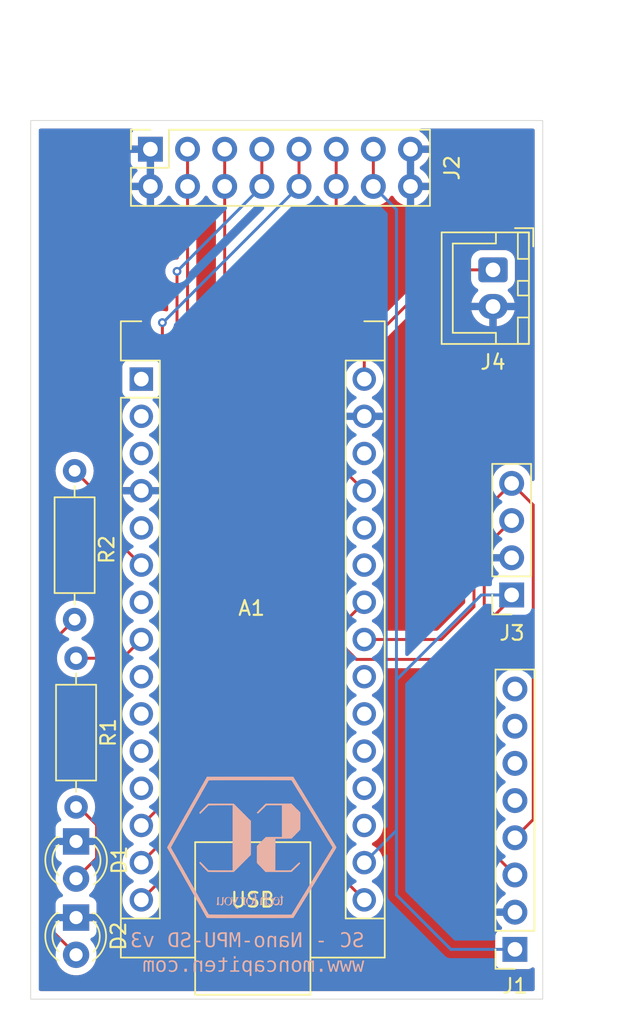
<source format=kicad_pcb>
(kicad_pcb (version 20240108) (generator "pcbnew") (generator_version "8.0")
  (layers (0 "F.Cu" signal) (31 "B.Cu" signal) (34 "B.Paste" user) (35 "F.Paste" user) (36 "B.SilkS" user "B.Silkscreen") (37 "F.SilkS" user "F.Silkscreen") (38 "B.Mask" user) (39 "F.Mask" user) (44 "Edge.Cuts" user))
  (net 0 "")
  (net 1 "Net-(A1-D10)")
  (net 3 "Net-(A1-D11)")
  (net 4 "Net-(A1-VIN)")
  (net 7 "Net-(A1-D3)")
  (net 12 "GND")
  (net 13 "+3.3V")
  (net 15 "Net-(A1-D13)")
  (net 17 "+5V")
  (net 23 "Net-(A1-A5)")
  (net 24 "Net-(A1-D5)")
  (net 27 "Net-(A1-A4)")
  (net 29 "Net-(A1-D12)")
  (net 30 "Net-(D1-A)")
  (net 31 "Net-(D2-A)")
  (footprint "Resistor_THT:R_Axial_DIN0207_L6.3mm_D2.5mm_P10.16mm_Horizontal" (layer "F.Cu") (at 53.1 86.72 -90)
    (property "Reference" "R1" (at 5.08 -2.2 270) (layer "F.SilkS"))
    (property "Value" "R")
    (pad "1" thru_hole circle (at 0 0 270) (size 1.6 1.6) (drill 0.8) (layers "*.Cu" "*.Mask") (net 24 "Net-(A1-D5)"))
    (pad "2" thru_hole oval (at 10.16 0 270) (size 1.6 1.6) (drill 0.8) (layers "*.Cu" "*.Mask") (net 30 "Net-(D1-A)"))
  )
  (footprint "LED_THT:LED_D3.0mm_Clear" (layer "F.Cu") (at 53.1 104.43 -90)
    (property "Reference" "D2" (at 1.27 -2.9 90) (layer "F.SilkS"))
    (property "Value" "LED")
    (pad "1" thru_hole rect (at 0 0 270) (size 1.8 1.8) (drill 0.9) (layers "*.Cu" "*.Mask") (net 12 "GND"))
    (pad "2" thru_hole circle (at 2.54 0 270) (size 1.8 1.8) (drill 0.9) (layers "*.Cu" "*.Mask") (net 31 "Net-(D2-A)"))
  )
  (footprint "Connector_PinSocket_2.54mm:PinSocket_2x08_P2.54mm_Vertical" (layer "F.Cu") (at 58.18 51.96 90)
    (property "Reference" "J2" (at -1.27 20.62 90) (layer "F.SilkS"))
    (property "Value" "DIN41612_02x08_AB_EvenPins")
    (pad "1" thru_hole rect (at 0 0 90) (size 1.7 1.7) (drill 1) (layers "*.Cu" "*.Mask") (net 12 "GND"))
    (pad "2" thru_hole oval (at -2.54 0 90) (size 1.7 1.7) (drill 1) (layers "*.Cu" "*.Mask") (net 12 "GND"))
    (pad "3" thru_hole oval (at 0 2.54 90) (size 1.7 1.7) (drill 1) (layers "*.Cu" "*.Mask") (net 29 "Net-(A1-D12)"))
    (pad "4" thru_hole oval (at -2.54 2.54 90) (size 1.7 1.7) (drill 1) (layers "*.Cu" "*.Mask") (net 29 "Net-(A1-D12)"))
    (pad "5" thru_hole oval (at 0 5.08 90) (size 1.7 1.7) (drill 1) (layers "*.Cu" "*.Mask") (net 15 "Net-(A1-D13)"))
    (pad "6" thru_hole oval (at -2.54 5.08 90) (size 1.7 1.7) (drill 1) (layers "*.Cu" "*.Mask") (net 15 "Net-(A1-D13)"))
    (pad "7" thru_hole oval (at 0 7.62 90) (size 1.7 1.7) (drill 1) (layers "*.Cu" "*.Mask") (net 3 "Net-(A1-D11)"))
    (pad "8" thru_hole oval (at -2.54 7.62 90) (size 1.7 1.7) (drill 1) (layers "*.Cu" "*.Mask") (net 3 "Net-(A1-D11)"))
    (pad "9" thru_hole oval (at 0 10.16 90) (size 1.7 1.7) (drill 1) (layers "*.Cu" "*.Mask") (net 1 "Net-(A1-D10)"))
    (pad "10" thru_hole oval (at -2.54 10.16 90) (size 1.7 1.7) (drill 1) (layers "*.Cu" "*.Mask") (net 1 "Net-(A1-D10)"))
    (pad "11" thru_hole oval (at 0 12.7 90) (size 1.7 1.7) (drill 1) (layers "*.Cu" "*.Mask") (net 17 "+5V"))
    (pad "12" thru_hole oval (at -2.54 12.7 90) (size 1.7 1.7) (drill 1) (layers "*.Cu" "*.Mask") (net 17 "+5V"))
    (pad "13" thru_hole oval (at 0 15.24 90) (size 1.7 1.7) (drill 1) (layers "*.Cu" "*.Mask") (net 13 "+3.3V"))
    (pad "14" thru_hole oval (at -2.54 15.24 90) (size 1.7 1.7) (drill 1) (layers "*.Cu" "*.Mask") (net 13 "+3.3V"))
    (pad "15" thru_hole oval (at 0 17.78 90) (size 1.7 1.7) (drill 1) (layers "*.Cu" "*.Mask") (net 12 "GND"))
    (pad "16" thru_hole oval (at -2.54 17.78 90) (size 1.7 1.7) (drill 1) (layers "*.Cu" "*.Mask") (net 12 "GND"))
  )
  (footprint "Module:Arduino_Nano" (layer "F.Cu") (at 57.56 67.66)
    (property "Reference" "A1" (at 7.54 15.64 0) (layer "F.SilkS"))
    (property "Value" "Arduino_Nano_v2.x")
    (fp_text user "USB" (at 7.62 35.56 0) (layer "F.SilkS"))
    (pad "1" thru_hole rect (at 0 0) (size 1.6 1.6) (drill 1) (layers "*.Cu" "*.Mask"))
    (pad "2" thru_hole oval (at 0 2.54) (size 1.6 1.6) (drill 1) (layers "*.Cu" "*.Mask"))
    (pad "3" thru_hole oval (at 0 5.08) (size 1.6 1.6) (drill 1) (layers "*.Cu" "*.Mask"))
    (pad "4" thru_hole oval (at 0 7.62) (size 1.6 1.6) (drill 1) (layers "*.Cu" "*.Mask") (net 12 "GND"))
    (pad "5" thru_hole oval (at 0 10.16) (size 1.6 1.6) (drill 1) (layers "*.Cu" "*.Mask"))
    (pad "6" thru_hole oval (at 0 12.7) (size 1.6 1.6) (drill 1) (layers "*.Cu" "*.Mask") (net 7 "Net-(A1-D3)"))
    (pad "7" thru_hole oval (at 0 15.24) (size 1.6 1.6) (drill 1) (layers "*.Cu" "*.Mask"))
    (pad "8" thru_hole oval (at 0 17.78) (size 1.6 1.6) (drill 1) (layers "*.Cu" "*.Mask") (net 24 "Net-(A1-D5)"))
    (pad "9" thru_hole oval (at 0 20.32) (size 1.6 1.6) (drill 1) (layers "*.Cu" "*.Mask"))
    (pad "10" thru_hole oval (at 0 22.86) (size 1.6 1.6) (drill 1) (layers "*.Cu" "*.Mask"))
    (pad "11" thru_hole oval (at 0 25.4) (size 1.6 1.6) (drill 1) (layers "*.Cu" "*.Mask"))
    (pad "12" thru_hole oval (at 0 27.94) (size 1.6 1.6) (drill 1) (layers "*.Cu" "*.Mask"))
    (pad "13" thru_hole oval (at 0 30.48) (size 1.6 1.6) (drill 1) (layers "*.Cu" "*.Mask") (net 1 "Net-(A1-D10)"))
    (pad "14" thru_hole oval (at 0 33.02) (size 1.6 1.6) (drill 1) (layers "*.Cu" "*.Mask") (net 3 "Net-(A1-D11)"))
    (pad "15" thru_hole oval (at 0 35.56) (size 1.6 1.6) (drill 1) (layers "*.Cu" "*.Mask") (net 29 "Net-(A1-D12)"))
    (pad "16" thru_hole oval (at 15.24 35.56) (size 1.6 1.6) (drill 1) (layers "*.Cu" "*.Mask") (net 15 "Net-(A1-D13)"))
    (pad "17" thru_hole oval (at 15.24 33.02) (size 1.6 1.6) (drill 1) (layers "*.Cu" "*.Mask") (net 13 "+3.3V"))
    (pad "18" thru_hole oval (at 15.24 30.48) (size 1.6 1.6) (drill 1) (layers "*.Cu" "*.Mask"))
    (pad "19" thru_hole oval (at 15.24 27.94) (size 1.6 1.6) (drill 1) (layers "*.Cu" "*.Mask"))
    (pad "20" thru_hole oval (at 15.24 25.4) (size 1.6 1.6) (drill 1) (layers "*.Cu" "*.Mask"))
    (pad "21" thru_hole oval (at 15.24 22.86) (size 1.6 1.6) (drill 1) (layers "*.Cu" "*.Mask"))
    (pad "22" thru_hole oval (at 15.24 20.32) (size 1.6 1.6) (drill 1) (layers "*.Cu" "*.Mask"))
    (pad "23" thru_hole oval (at 15.24 17.78) (size 1.6 1.6) (drill 1) (layers "*.Cu" "*.Mask") (net 27 "Net-(A1-A4)"))
    (pad "24" thru_hole oval (at 15.24 15.24) (size 1.6 1.6) (drill 1) (layers "*.Cu" "*.Mask") (net 23 "Net-(A1-A5)"))
    (pad "25" thru_hole oval (at 15.24 12.7) (size 1.6 1.6) (drill 1) (layers "*.Cu" "*.Mask"))
    (pad "26" thru_hole oval (at 15.24 10.16) (size 1.6 1.6) (drill 1) (layers "*.Cu" "*.Mask"))
    (pad "27" thru_hole oval (at 15.24 7.62) (size 1.6 1.6) (drill 1) (layers "*.Cu" "*.Mask") (net 17 "+5V"))
    (pad "28" thru_hole oval (at 15.24 5.08) (size 1.6 1.6) (drill 1) (layers "*.Cu" "*.Mask"))
    (pad "29" thru_hole oval (at 15.24 2.54) (size 1.6 1.6) (drill 1) (layers "*.Cu" "*.Mask") (net 12 "GND"))
    (pad "30" thru_hole oval (at 15.24 0) (size 1.6 1.6) (drill 1) (layers "*.Cu" "*.Mask") (net 4 "Net-(A1-VIN)"))
  )
  (footprint "Connector_PinSocket_2.54mm:PinSocket_1x04_P2.54mm_Vertical" (layer "F.Cu") (at 82.875 82.4 180)
    (property "Reference" "J3" (at -0.025 -2.6 180) (layer "F.SilkS"))
    (property "Value" "Conn_01x04_Socket")
    (pad "1" thru_hole rect (at 0 0 180) (size 1.7 1.7) (drill 1) (layers "*.Cu" "*.Mask") (net 13 "+3.3V"))
    (pad "2" thru_hole oval (at 0 2.54 180) (size 1.7 1.7) (drill 1) (layers "*.Cu" "*.Mask") (net 12 "GND"))
    (pad "3" thru_hole oval (at 0 5.08 180) (size 1.7 1.7) (drill 1) (layers "*.Cu" "*.Mask") (net 23 "Net-(A1-A5)"))
    (pad "4" thru_hole oval (at 0 7.62 180) (size 1.7 1.7) (drill 1) (layers "*.Cu" "*.Mask") (net 27 "Net-(A1-A4)"))
  )
  (footprint "LED_THT:LED_D3.0mm_Clear" (layer "F.Cu") (at 53.1 99.23 -90)
    (property "Reference" "D1" (at 1.27 -2.96 90) (layer "F.SilkS"))
    (property "Value" "LED")
    (pad "1" thru_hole rect (at 0 0 270) (size 1.8 1.8) (drill 0.9) (layers "*.Cu" "*.Mask") (net 12 "GND"))
    (pad "2" thru_hole circle (at 2.54 0 270) (size 1.8 1.8) (drill 0.9) (layers "*.Cu" "*.Mask") (net 30 "Net-(D1-A)"))
  )
  (footprint "Connector_PinSocket_2.54mm:PinSocket_1x08_P2.54mm_Vertical" (layer "F.Cu") (at 83.1 106.6 180)
    (property "Reference" "J1" (at 0 -2.5 180) (layer "F.SilkS"))
    (property "Value" "Conn_01x08_Socket")
    (pad "1" thru_hole rect (at 0 0 180) (size 1.7 1.7) (drill 1) (layers "*.Cu" "*.Mask") (net 13 "+3.3V"))
    (pad "2" thru_hole oval (at 0 2.54 180) (size 1.7 1.7) (drill 1) (layers "*.Cu" "*.Mask") (net 12 "GND"))
    (pad "3" thru_hole oval (at 0 5.08 180) (size 1.7 1.7) (drill 1) (layers "*.Cu" "*.Mask") (net 23 "Net-(A1-A5)"))
    (pad "4" thru_hole oval (at 0 7.62 180) (size 1.7 1.7) (drill 1) (layers "*.Cu" "*.Mask") (net 27 "Net-(A1-A4)"))
    (pad "5" thru_hole oval (at 0 10.16 180) (size 1.7 1.7) (drill 1) (layers "*.Cu" "*.Mask"))
    (pad "6" thru_hole oval (at 0 12.7 180) (size 1.7 1.7) (drill 1) (layers "*.Cu" "*.Mask"))
    (pad "7" thru_hole oval (at 0 15.24 180) (size 1.7 1.7) (drill 1) (layers "*.Cu" "*.Mask"))
    (pad "8" thru_hole oval (at 0 17.78 180) (size 1.7 1.7) (drill 1) (layers "*.Cu" "*.Mask"))
  )
  (footprint "Resistor_THT:R_Axial_DIN0207_L6.3mm_D2.5mm_P10.16mm_Horizontal" (layer "F.Cu") (at 53 84.08 90)
    (property "Reference" "R2" (at 4.78 2.2 90) (layer "F.SilkS"))
    (property "Value" "R")
    (pad "1" thru_hole circle (at 0 0 90) (size 1.6 1.6) (drill 0.8) (layers "*.Cu" "*.Mask") (net 31 "Net-(D2-A)"))
    (pad "2" thru_hole oval (at 10.16 0 90) (size 1.6 1.6) (drill 0.8) (layers "*.Cu" "*.Mask") (net 7 "Net-(A1-D3)"))
  )
  (footprint "Connector_JST:JST_XH_B2B-XH-A_1x02_P2.50mm_Vertical" (layer "F.Cu") (at 81.6 60.2 -90)
    (property "Reference" "J4" (at 6.3 0 0) (layer "F.SilkS"))
    (property "Value" "Conn_01x02_Socket")
    (pad "1" thru_hole roundrect (at 0 0 270) (size 1.7 2) (drill 1) (layers "*.Cu" "*.Mask") (roundrect_rratio 0.147059) (net 4 "Net-(A1-VIN)"))
    (pad "2" thru_hole oval (at 2.5 0 270) (size 1.7 2) (drill 1) (layers "*.Cu" "*.Mask") (net 12 "GND"))
  )
  (footprint "LOGO" (layer "B.Cu") (at 65.1 99.5 180)
    (property "Reference" "G***" (hide yes))
    (property "Value" "LOGO" (hide yes))
  )
  (gr_rect (start 50 50) (end 85 110) (stroke (width 0.05)) (fill none) (layer "Edge.Cuts"))
  (gr_text "SC - Nano-MPU-SD v3\nwww.moncapiten.com" (at 72.8 108.3 0) (layer "B.SilkS") (effects (font (size 1 1) (thickness 0.1)) (justify left bottom mirror)))
  (segment (start 59 96.7) (end 59 63.8) (width 0.2) (layer "F.Cu") (net 1))
  (segment (start 57.56 98.14) (end 59 96.7) (width 0.2) (layer "F.Cu") (net 1))
  (segment (start 68.34 54.5) (end 68.34 51.96) (width 0.2) (layer "F.Cu") (net 1))
  (via (at 59 63.8) (size 0.6) (drill 0.3) (layers "F.Cu" "B.Cu") (net 1))
  (segment (start 68.34 54.5) (end 59.04 63.8) (width 0.2) (layer "B.Cu") (net 1))
  (segment (start 59.04 63.8) (end 59 63.8) (width 0.2) (layer "B.Cu") (net 1))
  (segment (start 60 98.24) (end 60 60.3) (width 0.2) (layer "F.Cu") (net 3))
  (segment (start 57.56 100.68) (end 60 98.24) (width 0.2) (layer "F.Cu") (net 3))
  (segment (start 65.8 54.5) (end 65.8 51.96) (width 0.2) (layer "F.Cu") (net 3))
  (via (at 60 60.3) (size 0.6) (drill 0.3) (layers "F.Cu" "B.Cu") (net 3))
  (segment (start 65.8 54.5) (end 60 60.3) (width 0.2) (layer "B.Cu") (net 3))
  (segment (start 72.8 67.66) (end 72.8 65.5) (width 0.2) (layer "F.Cu") (net 4))
  (segment (start 72.8 65.5) (end 78.1 60.2) (width 0.2) (layer "F.Cu") (net 4))
  (segment (start 81.6 60.2) (end 78.1 60.2) (width 0.2) (layer "F.Cu") (net 4))
  (segment (start 55.4 76.32) (end 55.4 76.9) (width 0.2) (layer "F.Cu") (net 7))
  (segment (start 57.56 80.36) (end 55.4 78.2) (width 0.2) (layer "F.Cu") (net 7))
  (segment (start 55.4 78.2) (end 55.4 76.9) (width 0.2) (layer "F.Cu") (net 7))
  (segment (start 53 73.92) (end 55.4 76.32) (width 0.2) (layer "F.Cu") (net 7))
  (segment (start 73.42 51.96) (end 73.42 54.5) (width 0.2) (layer "F.Cu") (net 13))
  (segment (start 75 102.88) (end 75 98.48) (width 0.2) (layer "B.Cu") (net 13))
  (segment (start 78.72 106.6) (end 75 102.88) (width 0.2) (layer "B.Cu") (net 13))
  (segment (start 75 56.08) (end 75 88.2) (width 0.2) (layer "B.Cu") (net 13))
  (segment (start 83.1 106.6) (end 78.72 106.6) (width 0.2) (layer "B.Cu") (net 13))
  (segment (start 80.8 82.4) (end 82.875 82.4) (width 0.2) (layer "B.Cu") (net 13))
  (segment (start 73.42 54.5) (end 75 56.08) (width 0.2) (layer "B.Cu") (net 13))
  (segment (start 75 88.2) (end 80.8 82.4) (width 0.2) (layer "B.Cu") (net 13))
  (segment (start 75 98.48) (end 75 88.2) (width 0.2) (layer "B.Cu") (net 13))
  (segment (start 72.8 100.68) (end 75 98.48) (width 0.2) (layer "B.Cu") (net 13))
  (segment (start 63.26 51.96) (end 63.26 54.5) (width 0.2) (layer "F.Cu") (net 15))
  (segment (start 63.26 93.68) (end 72.8 103.22) (width 0.2) (layer "F.Cu") (net 15))
  (segment (start 63.26 54.5) (end 63.26 93.68) (width 0.2) (layer "F.Cu") (net 15))
  (segment (start 70.88 54.5) (end 70.88 51.96) (width 0.2) (layer "F.Cu") (net 17))
  (segment (start 70.88 73.36) (end 72.8 75.28) (width 0.2) (layer "F.Cu") (net 17))
  (segment (start 70.88 54.5) (end 70.88 73.36) (width 0.2) (layer "F.Cu") (net 17))
  (segment (start 82.875 77.32) (end 81 79.195) (width 0.2) (layer "F.Cu") (net 23))
  (segment (start 81 99.4) (end 81 88) (width 0.2) (layer "F.Cu") (net 23))
  (segment (start 71.4 84.3) (end 71.4 85.8) (width 0.2) (layer "F.Cu") (net 23))
  (segment (start 72.264365 86.8) (end 79.8 86.8) (width 0.2) (layer "F.Cu") (net 23))
  (segment (start 81 79.195) (end 81 84.6) (width 0.2) (layer "F.Cu") (net 23))
  (segment (start 83.1 101.52) (end 81 99.42) (width 0.2) (layer "F.Cu") (net 23))
  (segment (start 71.4 85.935635) (end 71.4 85.8) (width 0.2) (layer "F.Cu") (net 23))
  (segment (start 72.264365 86.8) (end 71.4 85.935635) (width 0.2) (layer "F.Cu") (net 23))
  (segment (start 72.8 82.9) (end 71.7 84) (width 0.2) (layer "F.Cu") (net 23))
  (segment (start 81 99.42) (end 81 99.4) (width 0.2) (layer "F.Cu") (net 23))
  (segment (start 79.8 86.8) (end 81 88) (width 0.2) (layer "F.Cu") (net 23))
  (segment (start 71.7 84) (end 71.4 84.3) (width 0.2) (layer "F.Cu") (net 23))
  (segment (start 71.7 86.235635) (end 72.264365 86.8) (width 0.2) (layer "F.Cu") (net 23))
  (segment (start 81 84.5) (end 81 84.6) (width 0.2) (layer "F.Cu") (net 23))
  (segment (start 81 84.6) (end 81 88) (width 0.2) (layer "F.Cu") (net 23))
  (segment (start 83.1 82.4) (end 81 84.5) (width 0.2) (layer "F.Cu") (net 23))
  (segment (start 53.1 86.72) (end 56.28 86.72) (width 0.2) (layer "F.Cu") (net 24))
  (segment (start 56.28 86.72) (end 57.56 85.44) (width 0.2) (layer "F.Cu") (net 24))
  (segment (start 80.3 83.2) (end 78.06 85.44) (width 0.2) (layer "F.Cu") (net 27))
  (segment (start 82.875 74.78) (end 84.35 76.255) (width 0.2) (layer "F.Cu") (net 27))
  (segment (start 78.06 85.44) (end 72.8 85.44) (width 0.2) (layer "F.Cu") (net 27))
  (segment (start 84.35 97.73) (end 83.1 98.98) (width 0.2) (layer "F.Cu") (net 27))
  (segment (start 82.875 74.78) (end 80.3 77.355) (width 0.2) (layer "F.Cu") (net 27))
  (segment (start 80.3 77.355) (end 80.3 83.2) (width 0.2) (layer "F.Cu") (net 27))
  (segment (start 84.35 76.255) (end 84.35 97.73) (width 0.2) (layer "F.Cu") (net 27))
  (segment (start 57.56 103.22) (end 60.72 100.06) (width 0.2) (layer "F.Cu") (net 29))
  (segment (start 60.72 100.06) (end 60.72 54.5) (width 0.2) (layer "F.Cu") (net 29))
  (segment (start 60.72 54.5) (end 60.72 51.96) (width 0.2) (layer "F.Cu") (net 29))
  (segment (start 53.1 96.7) (end 54.5 98.1) (width 0.2) (layer "F.Cu") (net 30))
  (segment (start 53.1 101.77) (end 54.5 100.37) (width 0.2) (layer "F.Cu") (net 30))
  (segment (start 54.5 98.1) (end 54.5 98.9) (width 0.2) (layer "F.Cu") (net 30))
  (segment (start 54.5 100.37) (end 54.5 98.9) (width 0.2) (layer "F.Cu") (net 30))
  (segment (start 53 84.08) (end 51.2 85.88) (width 0.2) (layer "F.Cu") (net 31))
  (segment (start 53.1 106.97) (end 51.2 105.07) (width 0.2) (layer "F.Cu") (net 31))
  (segment (start 51.2 85.88) (end 51.2 104.8) (width 0.2) (layer "F.Cu") (net 31))
  (segment (start 51.2 105.07) (end 51.2 104.8) (width 0.2) (layer "F.Cu") (net 31))
  (zone (net 12) (net_name "GND") (layer "F.Cu") (priority 1) (connect_pads (clearance 0.5)) (min_thickness 0.25) (fill yes (thermal_gap 0.5) (thermal_bridge_width 0.5))
    (polygon (pts (xy 47.9 111.7) (xy 86.2 111.4) (xy 87.3 47.8) (xy 47.9 48.1)))
  )
  (zone (net 12) (net_name "GND") (layer "B.Cu") (connect_pads (clearance 0.5)) (min_thickness 0.25) (fill yes (thermal_gap 0.5) (thermal_bridge_width 0.5))
    (polygon (pts (xy 85.5 110.4) (xy 86 49.1) (xy 48.9 48.8) (xy 48.1 110.9)))
  )
)
</source>
